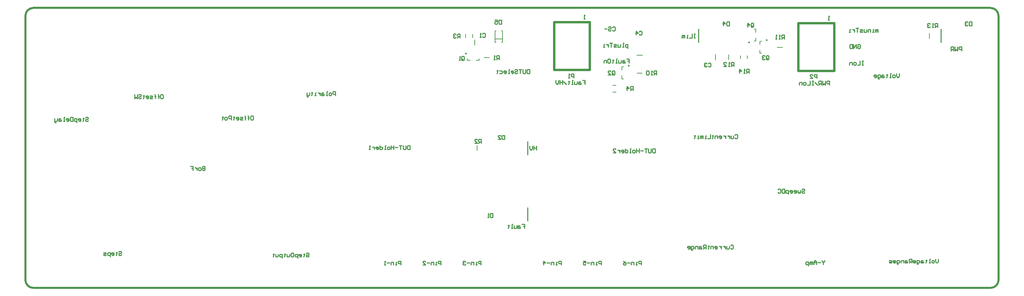
<source format=gbo>
G04*
G04 #@! TF.GenerationSoftware,Altium Limited,Altium Designer,22.6.1 (34)*
G04*
G04 Layer_Color=33789*
%FSLAX43Y43*%
%MOMM*%
G71*
G04*
G04 #@! TF.SameCoordinates,F496B0A2-B833-478F-8A90-30E2481CEF61*
G04*
G04*
G04 #@! TF.FilePolarity,Positive*
G04*
G01*
G75*
%ADD10C,0.500*%
%ADD29C,0.600*%
%ADD30C,0.254*%
%ADD44C,0.250*%
%ADD45C,0.200*%
D10*
X328000Y158000D02*
G03*
X326000Y160000I-2000J0D01*
G01*
X326000Y90000D02*
G03*
X328000Y92000I0J2000D01*
G01*
X85000D02*
G03*
X87000Y90000I2000J0D01*
G01*
Y160000D02*
G03*
X85000Y158000I0J-2000D01*
G01*
X87000Y160000D02*
X326000D01*
X328000Y158000D02*
X328000Y92000D01*
X326000Y89987D02*
Y90000D01*
X87000Y90000D02*
X326000D01*
X85000Y92000D02*
Y158000D01*
D29*
X225900Y144500D02*
Y156500D01*
X217000Y144500D02*
X225900D01*
X217000D02*
X217000Y144500D01*
Y156500D01*
X225900D01*
X278000Y156236D02*
X286900D01*
X278000Y144236D02*
Y156236D01*
X278000Y144236D02*
X278000Y144236D01*
X278000Y144236D02*
X286900D01*
Y156236D01*
D30*
X253100Y151400D02*
Y154700D01*
X210400Y106800D02*
Y110100D01*
Y123300D02*
Y126600D01*
X313600Y151400D02*
Y154700D01*
D44*
X195125Y148600D02*
G03*
X195125Y148600I-125J0D01*
G01*
X235767Y145556D02*
G03*
X235767Y145556I-125J0D01*
G01*
X265825Y151400D02*
G03*
X265825Y151400I-125J0D01*
G01*
X270225Y151950D02*
G03*
X270225Y151950I-125J0D01*
G01*
X318769Y149250D02*
Y150250D01*
X318269D01*
X318103Y150083D01*
Y149750D01*
X318269Y149583D01*
X318769D01*
X317769Y150250D02*
Y149250D01*
X317436Y149583D01*
X317103Y149250D01*
Y150250D01*
X316770Y149250D02*
Y150250D01*
X316270D01*
X316103Y150083D01*
Y149750D01*
X316270Y149583D01*
X316770D01*
X316436D02*
X316103Y149250D01*
X285750Y140750D02*
Y141750D01*
X285250D01*
X285084Y141583D01*
Y141250D01*
X285250Y141083D01*
X285750D01*
X284750Y141750D02*
Y140750D01*
X284417Y141083D01*
X284084Y140750D01*
Y141750D01*
X283751Y140750D02*
Y141750D01*
X283251D01*
X283084Y141583D01*
Y141250D01*
X283251Y141083D01*
X283751D01*
X283417D02*
X283084Y140750D01*
X282751D02*
X282085Y141416D01*
X281751Y141750D02*
X281418D01*
X281585D01*
Y140750D01*
X281751D01*
X281418D01*
X280918Y141750D02*
Y140750D01*
X280252D01*
X279752D02*
X279419D01*
X279252Y140917D01*
Y141250D01*
X279419Y141416D01*
X279752D01*
X279919Y141250D01*
Y140917D01*
X279752Y140750D01*
X278919D02*
Y141416D01*
X278419D01*
X278252Y141250D01*
Y140750D01*
X224084Y141898D02*
X224750D01*
Y141398D01*
X224417D01*
X224750D01*
Y140898D01*
X223584Y141565D02*
X223250D01*
X223084Y141398D01*
Y140898D01*
X223584D01*
X223750Y141065D01*
X223584Y141232D01*
X223084D01*
X222751Y141565D02*
Y141065D01*
X222584Y140898D01*
X222084D01*
Y141565D01*
X221751Y140898D02*
X221418D01*
X221584D01*
Y141898D01*
X221751D01*
X220751Y141732D02*
Y141565D01*
X220918D01*
X220585D01*
X220751D01*
Y141065D01*
X220585Y140898D01*
X220085D02*
X219418Y141565D01*
X219085Y141898D02*
Y140898D01*
Y141398D01*
X218419D01*
Y141898D01*
Y140898D01*
X218085Y141898D02*
Y141232D01*
X217752Y140898D01*
X217419Y141232D01*
Y141898D01*
X294250Y146750D02*
X293917D01*
X294083D01*
Y145750D01*
X294250D01*
X293917D01*
X293417Y146750D02*
Y145750D01*
X292750D01*
X292251D02*
X291917D01*
X291751Y145917D01*
Y146250D01*
X291917Y146416D01*
X292251D01*
X292417Y146250D01*
Y145917D01*
X292251Y145750D01*
X291418D02*
Y146416D01*
X290918D01*
X290751Y146250D01*
Y145750D01*
X292809Y150689D02*
X292975Y150856D01*
X293308D01*
X293475Y150689D01*
Y150023D01*
X293308Y149856D01*
X292975D01*
X292809Y150023D01*
Y150356D01*
X293142D01*
X292475Y149856D02*
Y150856D01*
X291809Y149856D01*
Y150856D01*
X291476D02*
Y149856D01*
X290976D01*
X290809Y150023D01*
Y150689D01*
X290976Y150856D01*
X291476D01*
X297872Y153937D02*
Y154603D01*
X297706D01*
X297539Y154437D01*
Y153937D01*
Y154437D01*
X297373Y154603D01*
X297206Y154437D01*
Y153937D01*
X296873D02*
X296539D01*
X296706D01*
Y154603D01*
X296873D01*
X296040Y153937D02*
Y154603D01*
X295540D01*
X295373Y154437D01*
Y153937D01*
X295040Y154603D02*
Y154104D01*
X294873Y153937D01*
X294374D01*
Y154603D01*
X294040Y153937D02*
X293540D01*
X293374Y154104D01*
X293540Y154270D01*
X293874D01*
X294040Y154437D01*
X293874Y154603D01*
X293374D01*
X293041Y154937D02*
X292374D01*
X292707D01*
Y153937D01*
X292041Y154603D02*
Y153937D01*
Y154270D01*
X291874Y154437D01*
X291708Y154603D01*
X291541D01*
X291041Y153937D02*
X290708D01*
X290875D01*
Y154603D01*
X291041D01*
X235084Y147250D02*
X235750D01*
Y146750D01*
X235417D01*
X235750D01*
Y146250D01*
X234584Y146916D02*
X234250D01*
X234084Y146750D01*
Y146250D01*
X234584D01*
X234750Y146417D01*
X234584Y146583D01*
X234084D01*
X233751Y146916D02*
Y146417D01*
X233584Y146250D01*
X233084D01*
Y146916D01*
X232751Y146250D02*
X232418D01*
X232584D01*
Y147250D01*
X232751D01*
X231751Y147083D02*
Y146916D01*
X231918D01*
X231585D01*
X231751D01*
Y146417D01*
X231585Y146250D01*
X230585Y147250D02*
X230918D01*
X231085Y147083D01*
Y146417D01*
X230918Y146250D01*
X230585D01*
X230418Y146417D01*
Y147083D01*
X230585Y147250D01*
X230085Y146250D02*
Y146916D01*
X229585D01*
X229419Y146750D01*
Y146250D01*
X235420Y149881D02*
Y150881D01*
X234920D01*
X234754Y150714D01*
Y150381D01*
X234920Y150214D01*
X235420D01*
X234420D02*
X234087D01*
X234254D01*
Y151214D01*
X234420D01*
X233587Y150881D02*
Y150381D01*
X233421Y150214D01*
X232921D01*
Y150881D01*
X232588Y150214D02*
X232088D01*
X231921Y150381D01*
X232088Y150548D01*
X232421D01*
X232588Y150714D01*
X232421Y150881D01*
X231921D01*
X231588Y151214D02*
X230922D01*
X231255D01*
Y150214D01*
X230588Y150881D02*
Y150214D01*
Y150548D01*
X230422Y150714D01*
X230255Y150881D01*
X230088D01*
X229589Y150214D02*
X229255D01*
X229422D01*
Y150881D01*
X229589D01*
X231584Y155083D02*
X231750Y155250D01*
X232083D01*
X232250Y155083D01*
Y154417D01*
X232083Y154250D01*
X231750D01*
X231584Y154417D01*
X230584Y155083D02*
X230750Y155250D01*
X231084D01*
X231250Y155083D01*
Y154916D01*
X231084Y154750D01*
X230750D01*
X230584Y154583D01*
Y154417D01*
X230750Y154250D01*
X231084D01*
X231250Y154417D01*
X230251Y154750D02*
X229584D01*
X285750Y156986D02*
X285417D01*
X285583D01*
Y157986D01*
X285750Y157819D01*
X224750Y157250D02*
X224417D01*
X224583D01*
Y158250D01*
X224750Y158083D01*
X262169Y128218D02*
X262336Y128385D01*
X262669D01*
X262836Y128218D01*
Y127552D01*
X262669Y127385D01*
X262336D01*
X262169Y127552D01*
X261836Y128051D02*
Y127552D01*
X261669Y127385D01*
X261170D01*
Y128051D01*
X260836D02*
Y127385D01*
Y127718D01*
X260670Y127885D01*
X260503Y128051D01*
X260337D01*
X259837D02*
Y127385D01*
Y127718D01*
X259670Y127885D01*
X259503Y128051D01*
X259337D01*
X258337Y127385D02*
X258670D01*
X258837Y127552D01*
Y127885D01*
X258670Y128051D01*
X258337D01*
X258171Y127885D01*
Y127718D01*
X258837D01*
X257837Y127385D02*
Y128051D01*
X257337D01*
X257171Y127885D01*
Y127385D01*
X256671Y128218D02*
Y128051D01*
X256838D01*
X256504D01*
X256671D01*
Y127552D01*
X256504Y127385D01*
X256005Y128385D02*
Y127385D01*
X255338D01*
X255005D02*
X254672D01*
X254838D01*
Y128051D01*
X255005D01*
X254172Y127385D02*
Y128051D01*
X254005D01*
X253839Y127885D01*
Y127385D01*
Y127885D01*
X253672Y128051D01*
X253505Y127885D01*
Y127385D01*
X253172D02*
X252839D01*
X253006D01*
Y128051D01*
X253172D01*
X252172Y128218D02*
Y128051D01*
X252339D01*
X252006D01*
X252172D01*
Y127552D01*
X252006Y127385D01*
X238297Y154046D02*
X238463Y154212D01*
X238797D01*
X238963Y154046D01*
Y153379D01*
X238797Y153213D01*
X238463D01*
X238297Y153379D01*
X237464Y153213D02*
Y154212D01*
X237964Y153713D01*
X237297D01*
X265650Y143700D02*
Y144700D01*
X265150D01*
X264983Y144533D01*
Y144200D01*
X265150Y144033D01*
X265650D01*
X265316D02*
X264983Y143700D01*
X264650D02*
X264317D01*
X264483D01*
Y144700D01*
X264650Y144533D01*
X263317Y143700D02*
Y144700D01*
X263817Y144200D01*
X263150D01*
X312725Y155118D02*
Y156117D01*
X312225D01*
X312058Y155951D01*
Y155618D01*
X312225Y155451D01*
X312725D01*
X312392D02*
X312058Y155118D01*
X311725D02*
X311392D01*
X311559D01*
Y156117D01*
X311725Y155951D01*
X310892D02*
X310725Y156117D01*
X310392D01*
X310226Y155951D01*
Y155784D01*
X310392Y155618D01*
X310559D01*
X310392D01*
X310226Y155451D01*
Y155284D01*
X310392Y155118D01*
X310725D01*
X310892Y155284D01*
X261850Y145400D02*
Y146400D01*
X261350D01*
X261183Y146233D01*
Y145900D01*
X261350Y145733D01*
X261850D01*
X261516D02*
X261183Y145400D01*
X260850D02*
X260517D01*
X260683D01*
Y146400D01*
X260850Y146233D01*
X259350Y145400D02*
X260017D01*
X259350Y146067D01*
Y146233D01*
X259517Y146400D01*
X259850D01*
X260017Y146233D01*
X274483Y152258D02*
Y153258D01*
X273983D01*
X273817Y153091D01*
Y152758D01*
X273983Y152591D01*
X274483D01*
X274150D02*
X273817Y152258D01*
X273483D02*
X273150D01*
X273317D01*
Y153258D01*
X273483Y153091D01*
X272650Y152258D02*
X272317D01*
X272484D01*
Y153258D01*
X272650Y153091D01*
X242566Y143237D02*
Y144237D01*
X242066D01*
X241900Y144070D01*
Y143737D01*
X242066Y143570D01*
X242566D01*
X242233D02*
X241900Y143237D01*
X241567D02*
X241233D01*
X241400D01*
Y144237D01*
X241567Y144070D01*
X240734D02*
X240567Y144237D01*
X240234D01*
X240067Y144070D01*
Y143404D01*
X240234Y143237D01*
X240567D01*
X240734Y143404D01*
Y144070D01*
X198833Y126155D02*
Y127154D01*
X198333D01*
X198167Y126988D01*
Y126654D01*
X198333Y126488D01*
X198833D01*
X198500D02*
X198167Y126155D01*
X197167D02*
X197833D01*
X197167Y126821D01*
Y126988D01*
X197334Y127154D01*
X197667D01*
X197833Y126988D01*
X236712Y139399D02*
Y140398D01*
X236212D01*
X236046Y140232D01*
Y139898D01*
X236212Y139732D01*
X236712D01*
X236379D02*
X236046Y139399D01*
X235212D02*
Y140398D01*
X235712Y139898D01*
X235046D01*
X193507Y152517D02*
Y153516D01*
X193007D01*
X192840Y153350D01*
Y153017D01*
X193007Y152850D01*
X193507D01*
X193173D02*
X192840Y152517D01*
X192507Y153350D02*
X192340Y153516D01*
X192007D01*
X191841Y153350D01*
Y153183D01*
X192007Y153017D01*
X192174D01*
X192007D01*
X191841Y152850D01*
Y152683D01*
X192007Y152517D01*
X192340D01*
X192507Y152683D01*
X203254Y147100D02*
Y148100D01*
X202754D01*
X202587Y147933D01*
Y147600D01*
X202754Y147433D01*
X203254D01*
X202921D02*
X202587Y147100D01*
X202254D02*
X201921D01*
X202088D01*
Y148100D01*
X202254Y147933D01*
X266167Y155367D02*
Y156033D01*
X266333Y156200D01*
X266666D01*
X266833Y156033D01*
Y155367D01*
X266666Y155200D01*
X266333D01*
X266500Y155533D02*
X266167Y155200D01*
X266333D02*
X266167Y155367D01*
X265334Y155200D02*
Y156200D01*
X265833Y155700D01*
X265167D01*
X269967Y147267D02*
Y147933D01*
X270133Y148100D01*
X270466D01*
X270633Y147933D01*
Y147267D01*
X270466Y147100D01*
X270133D01*
X270300Y147433D02*
X269967Y147100D01*
X270133D02*
X269967Y147267D01*
X269633Y147933D02*
X269467Y148100D01*
X269134D01*
X268967Y147933D01*
Y147767D01*
X269134Y147600D01*
X269300D01*
X269134D01*
X268967Y147433D01*
Y147267D01*
X269134Y147100D01*
X269467D01*
X269633Y147267D01*
X231509Y143452D02*
Y144118D01*
X231676Y144285D01*
X232009D01*
X232175Y144118D01*
Y143452D01*
X232009Y143285D01*
X231676D01*
X231842Y143619D02*
X231509Y143285D01*
X231676D02*
X231509Y143452D01*
X230509Y143285D02*
X231176D01*
X230509Y143952D01*
Y144118D01*
X230676Y144285D01*
X231009D01*
X231176Y144118D01*
X193929Y147059D02*
Y147725D01*
X194095Y147892D01*
X194428D01*
X194595Y147725D01*
Y147059D01*
X194428Y146892D01*
X194095D01*
X194262Y147225D02*
X193929Y146892D01*
X194095D02*
X193929Y147059D01*
X193595Y146892D02*
X193262D01*
X193429D01*
Y147892D01*
X193595Y147725D01*
X282633Y142382D02*
Y143382D01*
X282133D01*
X281967Y143215D01*
Y142882D01*
X282133Y142715D01*
X282633D01*
X280967Y142382D02*
X281633D01*
X280967Y143048D01*
Y143215D01*
X281134Y143382D01*
X281467D01*
X281633Y143215D01*
X221886Y142536D02*
Y143536D01*
X221386D01*
X221219Y143369D01*
Y143036D01*
X221386Y142869D01*
X221886D01*
X220886Y142536D02*
X220553D01*
X220720D01*
Y143536D01*
X220886Y143369D01*
X238760Y95733D02*
Y96732D01*
X238260D01*
X238094Y96566D01*
Y96232D01*
X238260Y96066D01*
X238760D01*
X237760Y95733D02*
X237427D01*
X237594D01*
Y96399D01*
X237760D01*
X236927Y95733D02*
Y96399D01*
X236427D01*
X236261Y96232D01*
Y95733D01*
X235928Y96232D02*
X235261D01*
X234261Y96732D02*
X234595Y96566D01*
X234928Y96232D01*
Y95899D01*
X234761Y95733D01*
X234428D01*
X234261Y95899D01*
Y96066D01*
X234428Y96232D01*
X234928D01*
X228752Y95733D02*
Y96732D01*
X228253D01*
X228086Y96566D01*
Y96232D01*
X228253Y96066D01*
X228752D01*
X227753Y95733D02*
X227419D01*
X227586D01*
Y96399D01*
X227753D01*
X226920Y95733D02*
Y96399D01*
X226420D01*
X226253Y96232D01*
Y95733D01*
X225920Y96232D02*
X225254D01*
X224254Y96732D02*
X224920D01*
Y96232D01*
X224587Y96399D01*
X224420D01*
X224254Y96232D01*
Y95899D01*
X224420Y95733D01*
X224754D01*
X224920Y95899D01*
X218749Y95733D02*
Y96732D01*
X218249D01*
X218083Y96566D01*
Y96232D01*
X218249Y96066D01*
X218749D01*
X217750Y95733D02*
X217416D01*
X217583D01*
Y96399D01*
X217750D01*
X216917Y95733D02*
Y96399D01*
X216417D01*
X216250Y96232D01*
Y95733D01*
X215917Y96232D02*
X215250D01*
X214417Y95733D02*
Y96732D01*
X214917Y96232D01*
X214251D01*
X198755Y95733D02*
Y96732D01*
X198255D01*
X198089Y96566D01*
Y96232D01*
X198255Y96066D01*
X198755D01*
X197755Y95733D02*
X197422D01*
X197589D01*
Y96399D01*
X197755D01*
X196922Y95733D02*
Y96399D01*
X196422D01*
X196256Y96232D01*
Y95733D01*
X195923Y96232D02*
X195256D01*
X194923Y96566D02*
X194756Y96732D01*
X194423D01*
X194256Y96566D01*
Y96399D01*
X194423Y96232D01*
X194590D01*
X194423D01*
X194256Y96066D01*
Y95899D01*
X194423Y95733D01*
X194756D01*
X194923Y95899D01*
X188747Y95733D02*
Y96732D01*
X188248D01*
X188081Y96566D01*
Y96232D01*
X188248Y96066D01*
X188747D01*
X187748Y95733D02*
X187415D01*
X187581D01*
Y96399D01*
X187748D01*
X186915Y95733D02*
Y96399D01*
X186415D01*
X186248Y96232D01*
Y95733D01*
X185915Y96232D02*
X185249D01*
X184249Y95733D02*
X184915D01*
X184249Y96399D01*
Y96566D01*
X184415Y96732D01*
X184749D01*
X184915Y96566D01*
X178740Y95733D02*
Y96732D01*
X178240D01*
X178073Y96566D01*
Y96232D01*
X178240Y96066D01*
X178740D01*
X177740Y95733D02*
X177407D01*
X177574D01*
Y96399D01*
X177740D01*
X176907Y95733D02*
Y96399D01*
X176407D01*
X176241Y96232D01*
Y95733D01*
X175907Y96232D02*
X175241D01*
X174908Y95733D02*
X174574D01*
X174741D01*
Y96732D01*
X174908Y96566D01*
X242248Y124800D02*
Y123800D01*
X241748D01*
X241582Y123967D01*
Y124633D01*
X241748Y124800D01*
X242248D01*
X241249D02*
Y123967D01*
X241082Y123800D01*
X240749D01*
X240582Y123967D01*
Y124800D01*
X240249D02*
X239583D01*
X239916D01*
Y123800D01*
X239249Y124300D02*
X238583D01*
X238250Y124800D02*
Y123800D01*
Y124300D01*
X237583D01*
Y124800D01*
Y123800D01*
X237083D02*
X236750D01*
X236583Y123967D01*
Y124300D01*
X236750Y124467D01*
X237083D01*
X237250Y124300D01*
Y123967D01*
X237083Y123800D01*
X236250D02*
X235917D01*
X236084D01*
Y124800D01*
X236250D01*
X234751D02*
Y123800D01*
X235251D01*
X235417Y123967D01*
Y124300D01*
X235251Y124467D01*
X234751D01*
X233918Y123800D02*
X234251D01*
X234417Y123967D01*
Y124300D01*
X234251Y124467D01*
X233918D01*
X233751Y124300D01*
Y124133D01*
X234417D01*
X233418Y124467D02*
Y123800D01*
Y124133D01*
X233251Y124300D01*
X233085Y124467D01*
X232918D01*
X231752Y123800D02*
X232418D01*
X231752Y124467D01*
Y124633D01*
X231918Y124800D01*
X232252D01*
X232418Y124633D01*
X180982Y125600D02*
Y124600D01*
X180482D01*
X180315Y124767D01*
Y125433D01*
X180482Y125600D01*
X180982D01*
X179982D02*
Y124767D01*
X179815Y124600D01*
X179482D01*
X179316Y124767D01*
Y125600D01*
X178982D02*
X178316D01*
X178649D01*
Y124600D01*
X177983Y125100D02*
X177316D01*
X176983Y125600D02*
Y124600D01*
Y125100D01*
X176317D01*
Y125600D01*
Y124600D01*
X175817D02*
X175483D01*
X175317Y124767D01*
Y125100D01*
X175483Y125267D01*
X175817D01*
X175983Y125100D01*
Y124767D01*
X175817Y124600D01*
X174984D02*
X174650D01*
X174817D01*
Y125600D01*
X174984D01*
X173484D02*
Y124600D01*
X173984D01*
X174151Y124767D01*
Y125100D01*
X173984Y125267D01*
X173484D01*
X172651Y124600D02*
X172984D01*
X173151Y124767D01*
Y125100D01*
X172984Y125267D01*
X172651D01*
X172484Y125100D01*
Y124933D01*
X173151D01*
X172151Y125267D02*
Y124600D01*
Y124933D01*
X171985Y125100D01*
X171818Y125267D01*
X171651D01*
X171152Y124600D02*
X170818D01*
X170985D01*
Y125600D01*
X171152Y125433D01*
X210882Y144600D02*
Y143600D01*
X210382D01*
X210216Y143767D01*
Y144433D01*
X210382Y144600D01*
X210882D01*
X209882D02*
Y143767D01*
X209716Y143600D01*
X209383D01*
X209216Y143767D01*
Y144600D01*
X208883D02*
X208216D01*
X208549D01*
Y143600D01*
X207217Y144433D02*
X207383Y144600D01*
X207716D01*
X207883Y144433D01*
Y144267D01*
X207716Y144100D01*
X207383D01*
X207217Y143933D01*
Y143767D01*
X207383Y143600D01*
X207716D01*
X207883Y143767D01*
X206383Y143600D02*
X206717D01*
X206883Y143767D01*
Y144100D01*
X206717Y144267D01*
X206383D01*
X206217Y144100D01*
Y143933D01*
X206883D01*
X205884Y143600D02*
X205550D01*
X205717D01*
Y144600D01*
X205884D01*
X204551Y143600D02*
X204884D01*
X205051Y143767D01*
Y144100D01*
X204884Y144267D01*
X204551D01*
X204384Y144100D01*
Y143933D01*
X205051D01*
X203384Y144267D02*
X203884D01*
X204051Y144100D01*
Y143767D01*
X203884Y143600D01*
X203384D01*
X202885Y144433D02*
Y144267D01*
X203051D01*
X202718D01*
X202885D01*
Y143767D01*
X202718Y143600D01*
X303166Y143580D02*
Y142913D01*
X302832Y142580D01*
X302499Y142913D01*
Y143580D01*
X301999Y142580D02*
X301666D01*
X301500Y142747D01*
Y143080D01*
X301666Y143246D01*
X301999D01*
X302166Y143080D01*
Y142747D01*
X301999Y142580D01*
X301166D02*
X300833D01*
X301000D01*
Y143580D01*
X301166D01*
X300167Y143413D02*
Y143246D01*
X300333D01*
X300000D01*
X300167D01*
Y142747D01*
X300000Y142580D01*
X299334Y143246D02*
X299000D01*
X298834Y143080D01*
Y142580D01*
X299334D01*
X299500Y142747D01*
X299334Y142913D01*
X298834D01*
X298167Y142247D02*
X298001D01*
X297834Y142413D01*
Y143246D01*
X298334D01*
X298500Y143080D01*
Y142747D01*
X298334Y142580D01*
X297834D01*
X297001D02*
X297334D01*
X297501Y142747D01*
Y143080D01*
X297334Y143246D01*
X297001D01*
X296834Y143080D01*
Y142913D01*
X297501D01*
X261081Y100579D02*
X261247Y100745D01*
X261580D01*
X261747Y100579D01*
Y99912D01*
X261580Y99746D01*
X261247D01*
X261081Y99912D01*
X260747Y100412D02*
Y99912D01*
X260581Y99746D01*
X260081D01*
Y100412D01*
X259748D02*
Y99746D01*
Y100079D01*
X259581Y100246D01*
X259414Y100412D01*
X259248D01*
X258748D02*
Y99746D01*
Y100079D01*
X258581Y100246D01*
X258415Y100412D01*
X258248D01*
X257248Y99746D02*
X257582D01*
X257748Y99912D01*
Y100246D01*
X257582Y100412D01*
X257248D01*
X257082Y100246D01*
Y100079D01*
X257748D01*
X256749Y99746D02*
Y100412D01*
X256249D01*
X256082Y100246D01*
Y99746D01*
X255582Y100579D02*
Y100412D01*
X255749D01*
X255416D01*
X255582D01*
Y99912D01*
X255416Y99746D01*
X254916D02*
Y100745D01*
X254416D01*
X254249Y100579D01*
Y100246D01*
X254416Y100079D01*
X254916D01*
X254583D02*
X254249Y99746D01*
X253750Y100412D02*
X253416D01*
X253250Y100246D01*
Y99746D01*
X253750D01*
X253916Y99912D01*
X253750Y100079D01*
X253250D01*
X252917Y99746D02*
Y100412D01*
X252417D01*
X252250Y100246D01*
Y99746D01*
X251584Y99413D02*
X251417D01*
X251250Y99579D01*
Y100412D01*
X251750D01*
X251917Y100246D01*
Y99912D01*
X251750Y99746D01*
X251250D01*
X250417D02*
X250751D01*
X250917Y99912D01*
Y100246D01*
X250751Y100412D01*
X250417D01*
X250251Y100246D01*
Y100079D01*
X250917D01*
X312956Y97231D02*
Y96564D01*
X312623Y96231D01*
X312289Y96564D01*
Y97231D01*
X311790Y96231D02*
X311456D01*
X311290Y96398D01*
Y96731D01*
X311456Y96898D01*
X311790D01*
X311956Y96731D01*
Y96398D01*
X311790Y96231D01*
X310956D02*
X310623D01*
X310790D01*
Y97231D01*
X310956D01*
X309957Y97064D02*
Y96898D01*
X310123D01*
X309790D01*
X309957D01*
Y96398D01*
X309790Y96231D01*
X309124Y96898D02*
X308790D01*
X308624Y96731D01*
Y96231D01*
X309124D01*
X309290Y96398D01*
X309124Y96564D01*
X308624D01*
X307957Y95898D02*
X307791D01*
X307624Y96064D01*
Y96898D01*
X308124D01*
X308291Y96731D01*
Y96398D01*
X308124Y96231D01*
X307624D01*
X306791D02*
X307124D01*
X307291Y96398D01*
Y96731D01*
X307124Y96898D01*
X306791D01*
X306625Y96731D01*
Y96564D01*
X307291D01*
X306291Y96231D02*
Y97231D01*
X305791D01*
X305625Y97064D01*
Y96731D01*
X305791Y96564D01*
X306291D01*
X305958D02*
X305625Y96231D01*
X305125Y96898D02*
X304792D01*
X304625Y96731D01*
Y96231D01*
X305125D01*
X305292Y96398D01*
X305125Y96564D01*
X304625D01*
X304292Y96231D02*
Y96898D01*
X303792D01*
X303625Y96731D01*
Y96231D01*
X302959Y95898D02*
X302792D01*
X302626Y96064D01*
Y96898D01*
X303126D01*
X303292Y96731D01*
Y96398D01*
X303126Y96231D01*
X302626D01*
X301793D02*
X302126D01*
X302293Y96398D01*
Y96731D01*
X302126Y96898D01*
X301793D01*
X301626Y96731D01*
Y96564D01*
X302293D01*
X301293Y96231D02*
X300793D01*
X300626Y96398D01*
X300793Y96564D01*
X301126D01*
X301293Y96731D01*
X301126Y96898D01*
X300626D01*
X284533Y96849D02*
Y96683D01*
X284199Y96349D01*
X283866Y96683D01*
Y96849D01*
X284199Y96349D02*
Y95850D01*
X283533Y96349D02*
X282866D01*
X282533Y95850D02*
Y96516D01*
X282200Y96849D01*
X281867Y96516D01*
Y95850D01*
Y96349D01*
X282533D01*
X281534Y95850D02*
Y96516D01*
X281367D01*
X281200Y96349D01*
Y95850D01*
Y96349D01*
X281034Y96516D01*
X280867Y96349D01*
Y95850D01*
X280534Y95516D02*
Y96516D01*
X280034D01*
X279867Y96349D01*
Y96016D01*
X280034Y95850D01*
X280534D01*
X162421Y138094D02*
Y139094D01*
X161921D01*
X161755Y138927D01*
Y138594D01*
X161921Y138427D01*
X162421D01*
X161255Y138094D02*
X160922D01*
X160755Y138260D01*
Y138594D01*
X160922Y138760D01*
X161255D01*
X161421Y138594D01*
Y138260D01*
X161255Y138094D01*
X160422D02*
X160089D01*
X160255D01*
Y139094D01*
X160422D01*
X159422Y138760D02*
X159089D01*
X158922Y138594D01*
Y138094D01*
X159422D01*
X159589Y138260D01*
X159422Y138427D01*
X158922D01*
X158589Y138760D02*
Y138094D01*
Y138427D01*
X158422Y138594D01*
X158256Y138760D01*
X158089D01*
X157589Y138094D02*
X157256D01*
X157423D01*
Y138760D01*
X157589D01*
X156590Y138927D02*
Y138760D01*
X156756D01*
X156423D01*
X156590D01*
Y138260D01*
X156423Y138094D01*
X155923Y138760D02*
Y138260D01*
X155757Y138094D01*
X155257D01*
Y137927D01*
X155423Y137761D01*
X155590D01*
X155257Y138094D02*
Y138760D01*
X129833Y120400D02*
Y119400D01*
X129333D01*
X129166Y119567D01*
Y119733D01*
X129333Y119900D01*
X129833D01*
X129333D01*
X129166Y120067D01*
Y120233D01*
X129333Y120400D01*
X129833D01*
X128666Y119400D02*
X128333D01*
X128167Y119567D01*
Y119900D01*
X128333Y120067D01*
X128666D01*
X128833Y119900D01*
Y119567D01*
X128666Y119400D01*
X127833Y120067D02*
Y119400D01*
Y119733D01*
X127667Y119900D01*
X127500Y120067D01*
X127334D01*
X126167Y120400D02*
X126834D01*
Y119900D01*
X126500D01*
X126834D01*
Y119400D01*
X278873Y114587D02*
X279040Y114754D01*
X279373D01*
X279540Y114587D01*
Y114420D01*
X279373Y114254D01*
X279040D01*
X278873Y114087D01*
Y113920D01*
X279040Y113754D01*
X279373D01*
X279540Y113920D01*
X278540Y114420D02*
Y113920D01*
X278373Y113754D01*
X278207Y113920D01*
X278040Y113754D01*
X277873Y113920D01*
Y114420D01*
X277040Y113754D02*
X277374D01*
X277540Y113920D01*
Y114254D01*
X277374Y114420D01*
X277040D01*
X276874Y114254D01*
Y114087D01*
X277540D01*
X276041Y113754D02*
X276374D01*
X276541Y113920D01*
Y114254D01*
X276374Y114420D01*
X276041D01*
X275874Y114254D01*
Y114087D01*
X276541D01*
X275541Y113421D02*
Y114420D01*
X275041D01*
X274874Y114254D01*
Y113920D01*
X275041Y113754D01*
X275541D01*
X274541Y114754D02*
Y113754D01*
X274041D01*
X273875Y113920D01*
Y114587D01*
X274041Y114754D01*
X274541D01*
X272875Y114587D02*
X273042Y114754D01*
X273375D01*
X273542Y114587D01*
Y113920D01*
X273375Y113754D01*
X273042D01*
X272875Y113920D01*
X141416Y133000D02*
X141749D01*
X141915Y132833D01*
Y132167D01*
X141749Y132000D01*
X141416D01*
X141249Y132167D01*
Y132833D01*
X141416Y133000D01*
X140749Y132000D02*
Y132833D01*
Y132500D01*
X140916D01*
X140583D01*
X140749D01*
Y132833D01*
X140583Y133000D01*
X139916Y132000D02*
Y132833D01*
Y132500D01*
X140083D01*
X139749D01*
X139916D01*
Y132833D01*
X139749Y133000D01*
X139250Y132000D02*
X138750D01*
X138583Y132167D01*
X138750Y132333D01*
X139083D01*
X139250Y132500D01*
X139083Y132667D01*
X138583D01*
X137750Y132000D02*
X138083D01*
X138250Y132167D01*
Y132500D01*
X138083Y132667D01*
X137750D01*
X137583Y132500D01*
Y132333D01*
X138250D01*
X137084Y132833D02*
Y132667D01*
X137250D01*
X136917D01*
X137084D01*
Y132167D01*
X136917Y132000D01*
X136417D02*
Y133000D01*
X135917D01*
X135751Y132833D01*
Y132500D01*
X135917Y132333D01*
X136417D01*
X135251Y132000D02*
X134918D01*
X134751Y132167D01*
Y132500D01*
X134918Y132667D01*
X135251D01*
X135417Y132500D01*
Y132167D01*
X135251Y132000D01*
X134251Y132833D02*
Y132667D01*
X134418D01*
X134085D01*
X134251D01*
Y132167D01*
X134085Y132000D01*
X118914Y138314D02*
X119247D01*
X119414Y138147D01*
Y137481D01*
X119247Y137314D01*
X118914D01*
X118747Y137481D01*
Y138147D01*
X118914Y138314D01*
X118247Y137314D02*
Y138147D01*
Y137814D01*
X118414D01*
X118081D01*
X118247D01*
Y138147D01*
X118081Y138314D01*
X117414Y137314D02*
Y138147D01*
Y137814D01*
X117581D01*
X117248D01*
X117414D01*
Y138147D01*
X117248Y138314D01*
X116748Y137314D02*
X116248D01*
X116081Y137481D01*
X116248Y137647D01*
X116581D01*
X116748Y137814D01*
X116581Y137981D01*
X116081D01*
X115248Y137314D02*
X115582D01*
X115748Y137481D01*
Y137814D01*
X115582Y137981D01*
X115248D01*
X115082Y137814D01*
Y137647D01*
X115748D01*
X114582Y138147D02*
Y137981D01*
X114749D01*
X114415D01*
X114582D01*
Y137481D01*
X114415Y137314D01*
X113249Y138147D02*
X113416Y138314D01*
X113749D01*
X113915Y138147D01*
Y137981D01*
X113749Y137814D01*
X113416D01*
X113249Y137647D01*
Y137481D01*
X113416Y137314D01*
X113749D01*
X113915Y137481D01*
X112916Y138314D02*
Y137314D01*
X112583Y137647D01*
X112249Y137314D01*
Y138314D01*
X108306Y99000D02*
X108472Y99166D01*
X108805D01*
X108972Y99000D01*
Y98833D01*
X108805Y98667D01*
X108472D01*
X108306Y98500D01*
Y98333D01*
X108472Y98167D01*
X108805D01*
X108972Y98333D01*
X107806Y99000D02*
Y98833D01*
X107972D01*
X107639D01*
X107806D01*
Y98333D01*
X107639Y98167D01*
X106639D02*
X106973D01*
X107139Y98333D01*
Y98667D01*
X106973Y98833D01*
X106639D01*
X106473Y98667D01*
Y98500D01*
X107139D01*
X106140Y97834D02*
Y98833D01*
X105640D01*
X105473Y98667D01*
Y98333D01*
X105640Y98167D01*
X106140D01*
X105140D02*
X104640D01*
X104473Y98333D01*
X104640Y98500D01*
X104973D01*
X105140Y98667D01*
X104973Y98833D01*
X104473D01*
X155128Y98593D02*
X155295Y98759D01*
X155628D01*
X155795Y98593D01*
Y98426D01*
X155628Y98259D01*
X155295D01*
X155128Y98093D01*
Y97926D01*
X155295Y97759D01*
X155628D01*
X155795Y97926D01*
X154628Y98593D02*
Y98426D01*
X154795D01*
X154462D01*
X154628D01*
Y97926D01*
X154462Y97759D01*
X153462D02*
X153795D01*
X153962Y97926D01*
Y98259D01*
X153795Y98426D01*
X153462D01*
X153295Y98259D01*
Y98093D01*
X153962D01*
X152962Y97426D02*
Y98426D01*
X152462D01*
X152296Y98259D01*
Y97926D01*
X152462Y97759D01*
X152962D01*
X151463Y98759D02*
X151796D01*
X151963Y98593D01*
Y97926D01*
X151796Y97759D01*
X151463D01*
X151296Y97926D01*
Y98593D01*
X151463Y98759D01*
X150963Y98426D02*
Y97926D01*
X150796Y97759D01*
X150296D01*
Y98426D01*
X149797Y98593D02*
Y98426D01*
X149963D01*
X149630D01*
X149797D01*
Y97926D01*
X149630Y97759D01*
X149130Y97426D02*
Y98426D01*
X148630D01*
X148464Y98259D01*
Y97926D01*
X148630Y97759D01*
X149130D01*
X148130Y98426D02*
Y97926D01*
X147964Y97759D01*
X147464D01*
Y98426D01*
X146964Y98593D02*
Y98426D01*
X147131D01*
X146798D01*
X146964D01*
Y97926D01*
X146798Y97759D01*
X99999Y132500D02*
X100165Y132666D01*
X100499D01*
X100665Y132500D01*
Y132333D01*
X100499Y132167D01*
X100165D01*
X99999Y132000D01*
Y131833D01*
X100165Y131667D01*
X100499D01*
X100665Y131833D01*
X99499Y132500D02*
Y132333D01*
X99666D01*
X99332D01*
X99499D01*
Y131833D01*
X99332Y131667D01*
X98333D02*
X98666D01*
X98833Y131833D01*
Y132167D01*
X98666Y132333D01*
X98333D01*
X98166Y132167D01*
Y132000D01*
X98833D01*
X97833Y131334D02*
Y132333D01*
X97333D01*
X97166Y132167D01*
Y131833D01*
X97333Y131667D01*
X97833D01*
X96833Y132666D02*
Y131667D01*
X96333D01*
X96167Y131833D01*
Y132500D01*
X96333Y132666D01*
X96833D01*
X95334Y131667D02*
X95667D01*
X95834Y131833D01*
Y132167D01*
X95667Y132333D01*
X95334D01*
X95167Y132167D01*
Y132000D01*
X95834D01*
X94834Y131667D02*
X94501D01*
X94667D01*
Y132666D01*
X94834D01*
X93834Y132333D02*
X93501D01*
X93334Y132167D01*
Y131667D01*
X93834D01*
X94001Y131833D01*
X93834Y132000D01*
X93334D01*
X93001Y132333D02*
Y131833D01*
X92835Y131667D01*
X92335D01*
Y131500D01*
X92501Y131334D01*
X92668D01*
X92335Y131667D02*
Y132333D01*
X203857Y156974D02*
Y155974D01*
X203357D01*
X203191Y156141D01*
Y156807D01*
X203357Y156974D01*
X203857D01*
X202191D02*
X202857D01*
Y156474D01*
X202524Y156641D01*
X202358D01*
X202191Y156474D01*
Y156141D01*
X202358Y155974D01*
X202691D01*
X202857Y156141D01*
X260782Y156575D02*
Y155575D01*
X260282D01*
X260115Y155742D01*
Y156408D01*
X260282Y156575D01*
X260782D01*
X259282Y155575D02*
Y156575D01*
X259782Y156075D01*
X259116D01*
X252266Y153500D02*
X251933D01*
X252100D01*
Y152500D01*
X252266D01*
X251933D01*
X251433Y153500D02*
Y152500D01*
X250767D01*
X250433D02*
X250100D01*
X250267D01*
Y153167D01*
X250433D01*
X249600Y152500D02*
Y153167D01*
X249434D01*
X249267Y153000D01*
Y152500D01*
Y153000D01*
X249100Y153167D01*
X248934Y153000D01*
Y152500D01*
X321285Y156575D02*
Y155575D01*
X320785D01*
X320618Y155742D01*
Y156408D01*
X320785Y156575D01*
X321285D01*
X320285Y156408D02*
X320118Y156575D01*
X319785D01*
X319618Y156408D01*
Y156241D01*
X319785Y156075D01*
X319952D01*
X319785D01*
X319618Y155908D01*
Y155742D01*
X319785Y155575D01*
X320118D01*
X320285Y155742D01*
X204672Y128147D02*
Y127147D01*
X204173D01*
X204006Y127314D01*
Y127980D01*
X204173Y128147D01*
X204672D01*
X203006Y127147D02*
X203673D01*
X203006Y127814D01*
Y127980D01*
X203173Y128147D01*
X203506D01*
X203673Y127980D01*
X212583Y125500D02*
Y124500D01*
Y125000D01*
X211917D01*
Y125500D01*
Y124500D01*
X211583Y125500D02*
Y124833D01*
X211250Y124500D01*
X210917Y124833D01*
Y125500D01*
X201708Y108600D02*
Y107600D01*
X201208D01*
X201041Y107767D01*
Y108433D01*
X201208Y108600D01*
X201708D01*
X200708Y107600D02*
X200375D01*
X200541D01*
Y108600D01*
X200708Y108433D01*
X208985Y105927D02*
X209652D01*
Y105427D01*
X209318D01*
X209652D01*
Y104927D01*
X208485Y105594D02*
X208152D01*
X207985Y105427D01*
Y104927D01*
X208485D01*
X208652Y105094D01*
X208485Y105261D01*
X207985D01*
X207652Y105594D02*
Y105094D01*
X207486Y104927D01*
X206986D01*
Y105594D01*
X206653Y104927D02*
X206319D01*
X206486D01*
Y105927D01*
X206653D01*
X205653Y105760D02*
Y105594D01*
X205820D01*
X205486D01*
X205653D01*
Y105094D01*
X205486Y104927D01*
X255492Y146088D02*
X255658Y146254D01*
X255991D01*
X256158Y146088D01*
Y145421D01*
X255991Y145255D01*
X255658D01*
X255492Y145421D01*
X255158Y146088D02*
X254992Y146254D01*
X254659D01*
X254492Y146088D01*
Y145921D01*
X254659Y145754D01*
X254825D01*
X254659D01*
X254492Y145588D01*
Y145421D01*
X254659Y145255D01*
X254992D01*
X255158Y145421D01*
X199156Y153484D02*
X199322Y153651D01*
X199655D01*
X199822Y153484D01*
Y152818D01*
X199655Y152651D01*
X199322D01*
X199156Y152818D01*
X198822Y152651D02*
X198489D01*
X198656D01*
Y153651D01*
X198822Y153484D01*
D45*
X199550Y147600D02*
X200850Y147600D01*
X197500Y146900D02*
X198300Y146900D01*
X198300Y147300D02*
X198300Y146900D01*
X195300Y146900D02*
X196100Y146900D01*
X195300Y146900D02*
Y147300D01*
X197200Y150700D02*
X197200Y152100D01*
X204100Y154250D02*
X204100Y151350D01*
X202300Y151350D02*
X202300Y154250D01*
Y152200D02*
X204100D01*
X202300Y154250D02*
X202500Y154250D01*
X202300Y151350D02*
X202500Y151350D01*
X203900Y151350D02*
X204100Y151350D01*
X203900Y154250D02*
X204100Y154250D01*
X196650Y152600D02*
Y153400D01*
X194950D02*
X194950Y152600D01*
X231679Y138948D02*
X232479D01*
X231679Y140648D02*
X232479D01*
X237700Y148200D02*
X239100Y148200D01*
X197800Y124350D02*
Y125650D01*
X237729Y143698D02*
X239029D01*
X233942Y145256D02*
X234342Y145256D01*
X233942Y144456D02*
Y145256D01*
X233942Y142256D02*
X234342Y142256D01*
X233942Y142256D02*
Y143056D01*
X263550Y148100D02*
X263550Y147300D01*
X265250Y147300D02*
Y148100D01*
X272750Y150100D02*
X274050Y150100D01*
X267000Y151700D02*
X267400Y151700D01*
X267400Y152500D01*
X267000Y154700D02*
X267400Y154700D01*
Y153900D02*
Y154700D01*
X268400Y151650D02*
X268800Y151650D01*
X268400Y151650D02*
X268400Y150850D01*
X268400Y148650D02*
X268800Y148650D01*
X268400Y148650D02*
X268400Y149450D01*
X260600Y147050D02*
Y148350D01*
X257300Y147000D02*
Y148400D01*
X310712Y152413D02*
Y153713D01*
M02*

</source>
